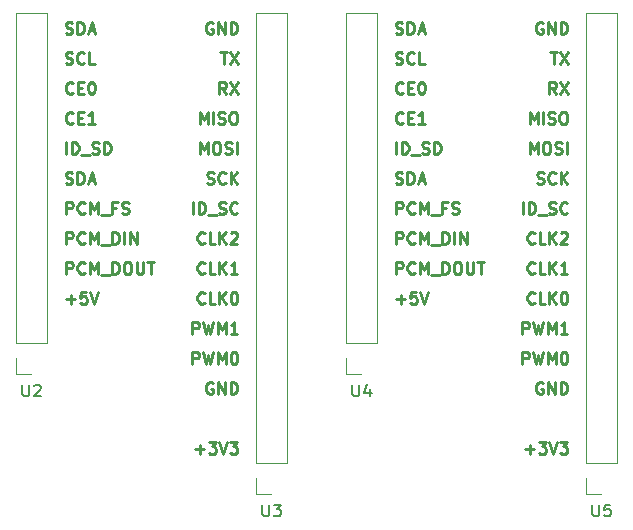
<source format=gto>
%TF.GenerationSoftware,KiCad,Pcbnew,(5.1.6)-1*%
%TF.CreationDate,2020-08-17T20:49:59+02:00*%
%TF.ProjectId,PiToFeather,5069546f-4665-4617-9468-65722e6b6963,rev?*%
%TF.SameCoordinates,Original*%
%TF.FileFunction,Legend,Top*%
%TF.FilePolarity,Positive*%
%FSLAX46Y46*%
G04 Gerber Fmt 4.6, Leading zero omitted, Abs format (unit mm)*
G04 Created by KiCad (PCBNEW (5.1.6)-1) date 2020-08-17 20:49:59*
%MOMM*%
%LPD*%
G01*
G04 APERTURE LIST*
%ADD10C,0.250000*%
%ADD11C,0.120000*%
%ADD12C,0.150000*%
G04 APERTURE END LIST*
D10*
X105242976Y-87724761D02*
X105385833Y-87772380D01*
X105623928Y-87772380D01*
X105719166Y-87724761D01*
X105766785Y-87677142D01*
X105814404Y-87581904D01*
X105814404Y-87486666D01*
X105766785Y-87391428D01*
X105719166Y-87343809D01*
X105623928Y-87296190D01*
X105433452Y-87248571D01*
X105338214Y-87200952D01*
X105290595Y-87153333D01*
X105242976Y-87058095D01*
X105242976Y-86962857D01*
X105290595Y-86867619D01*
X105338214Y-86820000D01*
X105433452Y-86772380D01*
X105671547Y-86772380D01*
X105814404Y-86820000D01*
X106814404Y-87677142D02*
X106766785Y-87724761D01*
X106623928Y-87772380D01*
X106528690Y-87772380D01*
X106385833Y-87724761D01*
X106290595Y-87629523D01*
X106242976Y-87534285D01*
X106195357Y-87343809D01*
X106195357Y-87200952D01*
X106242976Y-87010476D01*
X106290595Y-86915238D01*
X106385833Y-86820000D01*
X106528690Y-86772380D01*
X106623928Y-86772380D01*
X106766785Y-86820000D01*
X106814404Y-86867619D01*
X107719166Y-87772380D02*
X107242976Y-87772380D01*
X107242976Y-86772380D01*
X105242976Y-85184761D02*
X105385833Y-85232380D01*
X105623928Y-85232380D01*
X105719166Y-85184761D01*
X105766785Y-85137142D01*
X105814404Y-85041904D01*
X105814404Y-84946666D01*
X105766785Y-84851428D01*
X105719166Y-84803809D01*
X105623928Y-84756190D01*
X105433452Y-84708571D01*
X105338214Y-84660952D01*
X105290595Y-84613333D01*
X105242976Y-84518095D01*
X105242976Y-84422857D01*
X105290595Y-84327619D01*
X105338214Y-84280000D01*
X105433452Y-84232380D01*
X105671547Y-84232380D01*
X105814404Y-84280000D01*
X106242976Y-85232380D02*
X106242976Y-84232380D01*
X106481071Y-84232380D01*
X106623928Y-84280000D01*
X106719166Y-84375238D01*
X106766785Y-84470476D01*
X106814404Y-84660952D01*
X106814404Y-84803809D01*
X106766785Y-84994285D01*
X106719166Y-85089523D01*
X106623928Y-85184761D01*
X106481071Y-85232380D01*
X106242976Y-85232380D01*
X107195357Y-84946666D02*
X107671547Y-84946666D01*
X107100119Y-85232380D02*
X107433452Y-84232380D01*
X107766785Y-85232380D01*
X105290595Y-95392380D02*
X105290595Y-94392380D01*
X105766785Y-95392380D02*
X105766785Y-94392380D01*
X106004880Y-94392380D01*
X106147738Y-94440000D01*
X106242976Y-94535238D01*
X106290595Y-94630476D01*
X106338214Y-94820952D01*
X106338214Y-94963809D01*
X106290595Y-95154285D01*
X106242976Y-95249523D01*
X106147738Y-95344761D01*
X106004880Y-95392380D01*
X105766785Y-95392380D01*
X106528690Y-95487619D02*
X107290595Y-95487619D01*
X107481071Y-95344761D02*
X107623928Y-95392380D01*
X107862023Y-95392380D01*
X107957261Y-95344761D01*
X108004880Y-95297142D01*
X108052500Y-95201904D01*
X108052500Y-95106666D01*
X108004880Y-95011428D01*
X107957261Y-94963809D01*
X107862023Y-94916190D01*
X107671547Y-94868571D01*
X107576309Y-94820952D01*
X107528690Y-94773333D01*
X107481071Y-94678095D01*
X107481071Y-94582857D01*
X107528690Y-94487619D01*
X107576309Y-94440000D01*
X107671547Y-94392380D01*
X107909642Y-94392380D01*
X108052500Y-94440000D01*
X108481071Y-95392380D02*
X108481071Y-94392380D01*
X108719166Y-94392380D01*
X108862023Y-94440000D01*
X108957261Y-94535238D01*
X109004880Y-94630476D01*
X109052500Y-94820952D01*
X109052500Y-94963809D01*
X109004880Y-95154285D01*
X108957261Y-95249523D01*
X108862023Y-95344761D01*
X108719166Y-95392380D01*
X108481071Y-95392380D01*
X105862023Y-92757142D02*
X105814404Y-92804761D01*
X105671547Y-92852380D01*
X105576309Y-92852380D01*
X105433452Y-92804761D01*
X105338214Y-92709523D01*
X105290595Y-92614285D01*
X105242976Y-92423809D01*
X105242976Y-92280952D01*
X105290595Y-92090476D01*
X105338214Y-91995238D01*
X105433452Y-91900000D01*
X105576309Y-91852380D01*
X105671547Y-91852380D01*
X105814404Y-91900000D01*
X105862023Y-91947619D01*
X106290595Y-92328571D02*
X106623928Y-92328571D01*
X106766785Y-92852380D02*
X106290595Y-92852380D01*
X106290595Y-91852380D01*
X106766785Y-91852380D01*
X107719166Y-92852380D02*
X107147738Y-92852380D01*
X107433452Y-92852380D02*
X107433452Y-91852380D01*
X107338214Y-91995238D01*
X107242976Y-92090476D01*
X107147738Y-92138095D01*
X105862023Y-90217142D02*
X105814404Y-90264761D01*
X105671547Y-90312380D01*
X105576309Y-90312380D01*
X105433452Y-90264761D01*
X105338214Y-90169523D01*
X105290595Y-90074285D01*
X105242976Y-89883809D01*
X105242976Y-89740952D01*
X105290595Y-89550476D01*
X105338214Y-89455238D01*
X105433452Y-89360000D01*
X105576309Y-89312380D01*
X105671547Y-89312380D01*
X105814404Y-89360000D01*
X105862023Y-89407619D01*
X106290595Y-89788571D02*
X106623928Y-89788571D01*
X106766785Y-90312380D02*
X106290595Y-90312380D01*
X106290595Y-89312380D01*
X106766785Y-89312380D01*
X107385833Y-89312380D02*
X107481071Y-89312380D01*
X107576309Y-89360000D01*
X107623928Y-89407619D01*
X107671547Y-89502857D01*
X107719166Y-89693333D01*
X107719166Y-89931428D01*
X107671547Y-90121904D01*
X107623928Y-90217142D01*
X107576309Y-90264761D01*
X107481071Y-90312380D01*
X107385833Y-90312380D01*
X107290595Y-90264761D01*
X107242976Y-90217142D01*
X107195357Y-90121904D01*
X107147738Y-89931428D01*
X107147738Y-89693333D01*
X107195357Y-89502857D01*
X107242976Y-89407619D01*
X107290595Y-89360000D01*
X107385833Y-89312380D01*
X105290595Y-105552380D02*
X105290595Y-104552380D01*
X105671547Y-104552380D01*
X105766785Y-104600000D01*
X105814404Y-104647619D01*
X105862023Y-104742857D01*
X105862023Y-104885714D01*
X105814404Y-104980952D01*
X105766785Y-105028571D01*
X105671547Y-105076190D01*
X105290595Y-105076190D01*
X106862023Y-105457142D02*
X106814404Y-105504761D01*
X106671547Y-105552380D01*
X106576309Y-105552380D01*
X106433452Y-105504761D01*
X106338214Y-105409523D01*
X106290595Y-105314285D01*
X106242976Y-105123809D01*
X106242976Y-104980952D01*
X106290595Y-104790476D01*
X106338214Y-104695238D01*
X106433452Y-104600000D01*
X106576309Y-104552380D01*
X106671547Y-104552380D01*
X106814404Y-104600000D01*
X106862023Y-104647619D01*
X107290595Y-105552380D02*
X107290595Y-104552380D01*
X107623928Y-105266666D01*
X107957261Y-104552380D01*
X107957261Y-105552380D01*
X108195357Y-105647619D02*
X108957261Y-105647619D01*
X109195357Y-105552380D02*
X109195357Y-104552380D01*
X109433452Y-104552380D01*
X109576309Y-104600000D01*
X109671547Y-104695238D01*
X109719166Y-104790476D01*
X109766785Y-104980952D01*
X109766785Y-105123809D01*
X109719166Y-105314285D01*
X109671547Y-105409523D01*
X109576309Y-105504761D01*
X109433452Y-105552380D01*
X109195357Y-105552380D01*
X110385833Y-104552380D02*
X110576309Y-104552380D01*
X110671547Y-104600000D01*
X110766785Y-104695238D01*
X110814404Y-104885714D01*
X110814404Y-105219047D01*
X110766785Y-105409523D01*
X110671547Y-105504761D01*
X110576309Y-105552380D01*
X110385833Y-105552380D01*
X110290595Y-105504761D01*
X110195357Y-105409523D01*
X110147738Y-105219047D01*
X110147738Y-104885714D01*
X110195357Y-104695238D01*
X110290595Y-104600000D01*
X110385833Y-104552380D01*
X111242976Y-104552380D02*
X111242976Y-105361904D01*
X111290595Y-105457142D01*
X111338214Y-105504761D01*
X111433452Y-105552380D01*
X111623928Y-105552380D01*
X111719166Y-105504761D01*
X111766785Y-105457142D01*
X111814404Y-105361904D01*
X111814404Y-104552380D01*
X112147738Y-104552380D02*
X112719166Y-104552380D01*
X112433452Y-105552380D02*
X112433452Y-104552380D01*
X105290595Y-100472380D02*
X105290595Y-99472380D01*
X105671547Y-99472380D01*
X105766785Y-99520000D01*
X105814404Y-99567619D01*
X105862023Y-99662857D01*
X105862023Y-99805714D01*
X105814404Y-99900952D01*
X105766785Y-99948571D01*
X105671547Y-99996190D01*
X105290595Y-99996190D01*
X106862023Y-100377142D02*
X106814404Y-100424761D01*
X106671547Y-100472380D01*
X106576309Y-100472380D01*
X106433452Y-100424761D01*
X106338214Y-100329523D01*
X106290595Y-100234285D01*
X106242976Y-100043809D01*
X106242976Y-99900952D01*
X106290595Y-99710476D01*
X106338214Y-99615238D01*
X106433452Y-99520000D01*
X106576309Y-99472380D01*
X106671547Y-99472380D01*
X106814404Y-99520000D01*
X106862023Y-99567619D01*
X107290595Y-100472380D02*
X107290595Y-99472380D01*
X107623928Y-100186666D01*
X107957261Y-99472380D01*
X107957261Y-100472380D01*
X108195357Y-100567619D02*
X108957261Y-100567619D01*
X109528690Y-99948571D02*
X109195357Y-99948571D01*
X109195357Y-100472380D02*
X109195357Y-99472380D01*
X109671547Y-99472380D01*
X110004880Y-100424761D02*
X110147738Y-100472380D01*
X110385833Y-100472380D01*
X110481071Y-100424761D01*
X110528690Y-100377142D01*
X110576309Y-100281904D01*
X110576309Y-100186666D01*
X110528690Y-100091428D01*
X110481071Y-100043809D01*
X110385833Y-99996190D01*
X110195357Y-99948571D01*
X110100119Y-99900952D01*
X110052500Y-99853333D01*
X110004880Y-99758095D01*
X110004880Y-99662857D01*
X110052500Y-99567619D01*
X110100119Y-99520000D01*
X110195357Y-99472380D01*
X110433452Y-99472380D01*
X110576309Y-99520000D01*
X105290595Y-103012380D02*
X105290595Y-102012380D01*
X105671547Y-102012380D01*
X105766785Y-102060000D01*
X105814404Y-102107619D01*
X105862023Y-102202857D01*
X105862023Y-102345714D01*
X105814404Y-102440952D01*
X105766785Y-102488571D01*
X105671547Y-102536190D01*
X105290595Y-102536190D01*
X106862023Y-102917142D02*
X106814404Y-102964761D01*
X106671547Y-103012380D01*
X106576309Y-103012380D01*
X106433452Y-102964761D01*
X106338214Y-102869523D01*
X106290595Y-102774285D01*
X106242976Y-102583809D01*
X106242976Y-102440952D01*
X106290595Y-102250476D01*
X106338214Y-102155238D01*
X106433452Y-102060000D01*
X106576309Y-102012380D01*
X106671547Y-102012380D01*
X106814404Y-102060000D01*
X106862023Y-102107619D01*
X107290595Y-103012380D02*
X107290595Y-102012380D01*
X107623928Y-102726666D01*
X107957261Y-102012380D01*
X107957261Y-103012380D01*
X108195357Y-103107619D02*
X108957261Y-103107619D01*
X109195357Y-103012380D02*
X109195357Y-102012380D01*
X109433452Y-102012380D01*
X109576309Y-102060000D01*
X109671547Y-102155238D01*
X109719166Y-102250476D01*
X109766785Y-102440952D01*
X109766785Y-102583809D01*
X109719166Y-102774285D01*
X109671547Y-102869523D01*
X109576309Y-102964761D01*
X109433452Y-103012380D01*
X109195357Y-103012380D01*
X110195357Y-103012380D02*
X110195357Y-102012380D01*
X110671547Y-103012380D02*
X110671547Y-102012380D01*
X111242976Y-103012380D01*
X111242976Y-102012380D01*
X105242976Y-97884761D02*
X105385833Y-97932380D01*
X105623928Y-97932380D01*
X105719166Y-97884761D01*
X105766785Y-97837142D01*
X105814404Y-97741904D01*
X105814404Y-97646666D01*
X105766785Y-97551428D01*
X105719166Y-97503809D01*
X105623928Y-97456190D01*
X105433452Y-97408571D01*
X105338214Y-97360952D01*
X105290595Y-97313333D01*
X105242976Y-97218095D01*
X105242976Y-97122857D01*
X105290595Y-97027619D01*
X105338214Y-96980000D01*
X105433452Y-96932380D01*
X105671547Y-96932380D01*
X105814404Y-96980000D01*
X106242976Y-97932380D02*
X106242976Y-96932380D01*
X106481071Y-96932380D01*
X106623928Y-96980000D01*
X106719166Y-97075238D01*
X106766785Y-97170476D01*
X106814404Y-97360952D01*
X106814404Y-97503809D01*
X106766785Y-97694285D01*
X106719166Y-97789523D01*
X106623928Y-97884761D01*
X106481071Y-97932380D01*
X106242976Y-97932380D01*
X107195357Y-97646666D02*
X107671547Y-97646666D01*
X107100119Y-97932380D02*
X107433452Y-96932380D01*
X107766785Y-97932380D01*
X105290595Y-107711428D02*
X106052500Y-107711428D01*
X105671547Y-108092380D02*
X105671547Y-107330476D01*
X107004880Y-107092380D02*
X106528690Y-107092380D01*
X106481071Y-107568571D01*
X106528690Y-107520952D01*
X106623928Y-107473333D01*
X106862023Y-107473333D01*
X106957261Y-107520952D01*
X107004880Y-107568571D01*
X107052500Y-107663809D01*
X107052500Y-107901904D01*
X107004880Y-107997142D01*
X106957261Y-108044761D01*
X106862023Y-108092380D01*
X106623928Y-108092380D01*
X106528690Y-108044761D01*
X106481071Y-107997142D01*
X107338214Y-107092380D02*
X107671547Y-108092380D01*
X108004880Y-107092380D01*
X133230595Y-107711428D02*
X133992500Y-107711428D01*
X133611547Y-108092380D02*
X133611547Y-107330476D01*
X134944880Y-107092380D02*
X134468690Y-107092380D01*
X134421071Y-107568571D01*
X134468690Y-107520952D01*
X134563928Y-107473333D01*
X134802023Y-107473333D01*
X134897261Y-107520952D01*
X134944880Y-107568571D01*
X134992500Y-107663809D01*
X134992500Y-107901904D01*
X134944880Y-107997142D01*
X134897261Y-108044761D01*
X134802023Y-108092380D01*
X134563928Y-108092380D01*
X134468690Y-108044761D01*
X134421071Y-107997142D01*
X135278214Y-107092380D02*
X135611547Y-108092380D01*
X135944880Y-107092380D01*
X133230595Y-105552380D02*
X133230595Y-104552380D01*
X133611547Y-104552380D01*
X133706785Y-104600000D01*
X133754404Y-104647619D01*
X133802023Y-104742857D01*
X133802023Y-104885714D01*
X133754404Y-104980952D01*
X133706785Y-105028571D01*
X133611547Y-105076190D01*
X133230595Y-105076190D01*
X134802023Y-105457142D02*
X134754404Y-105504761D01*
X134611547Y-105552380D01*
X134516309Y-105552380D01*
X134373452Y-105504761D01*
X134278214Y-105409523D01*
X134230595Y-105314285D01*
X134182976Y-105123809D01*
X134182976Y-104980952D01*
X134230595Y-104790476D01*
X134278214Y-104695238D01*
X134373452Y-104600000D01*
X134516309Y-104552380D01*
X134611547Y-104552380D01*
X134754404Y-104600000D01*
X134802023Y-104647619D01*
X135230595Y-105552380D02*
X135230595Y-104552380D01*
X135563928Y-105266666D01*
X135897261Y-104552380D01*
X135897261Y-105552380D01*
X136135357Y-105647619D02*
X136897261Y-105647619D01*
X137135357Y-105552380D02*
X137135357Y-104552380D01*
X137373452Y-104552380D01*
X137516309Y-104600000D01*
X137611547Y-104695238D01*
X137659166Y-104790476D01*
X137706785Y-104980952D01*
X137706785Y-105123809D01*
X137659166Y-105314285D01*
X137611547Y-105409523D01*
X137516309Y-105504761D01*
X137373452Y-105552380D01*
X137135357Y-105552380D01*
X138325833Y-104552380D02*
X138516309Y-104552380D01*
X138611547Y-104600000D01*
X138706785Y-104695238D01*
X138754404Y-104885714D01*
X138754404Y-105219047D01*
X138706785Y-105409523D01*
X138611547Y-105504761D01*
X138516309Y-105552380D01*
X138325833Y-105552380D01*
X138230595Y-105504761D01*
X138135357Y-105409523D01*
X138087738Y-105219047D01*
X138087738Y-104885714D01*
X138135357Y-104695238D01*
X138230595Y-104600000D01*
X138325833Y-104552380D01*
X139182976Y-104552380D02*
X139182976Y-105361904D01*
X139230595Y-105457142D01*
X139278214Y-105504761D01*
X139373452Y-105552380D01*
X139563928Y-105552380D01*
X139659166Y-105504761D01*
X139706785Y-105457142D01*
X139754404Y-105361904D01*
X139754404Y-104552380D01*
X140087738Y-104552380D02*
X140659166Y-104552380D01*
X140373452Y-105552380D02*
X140373452Y-104552380D01*
X133230595Y-103012380D02*
X133230595Y-102012380D01*
X133611547Y-102012380D01*
X133706785Y-102060000D01*
X133754404Y-102107619D01*
X133802023Y-102202857D01*
X133802023Y-102345714D01*
X133754404Y-102440952D01*
X133706785Y-102488571D01*
X133611547Y-102536190D01*
X133230595Y-102536190D01*
X134802023Y-102917142D02*
X134754404Y-102964761D01*
X134611547Y-103012380D01*
X134516309Y-103012380D01*
X134373452Y-102964761D01*
X134278214Y-102869523D01*
X134230595Y-102774285D01*
X134182976Y-102583809D01*
X134182976Y-102440952D01*
X134230595Y-102250476D01*
X134278214Y-102155238D01*
X134373452Y-102060000D01*
X134516309Y-102012380D01*
X134611547Y-102012380D01*
X134754404Y-102060000D01*
X134802023Y-102107619D01*
X135230595Y-103012380D02*
X135230595Y-102012380D01*
X135563928Y-102726666D01*
X135897261Y-102012380D01*
X135897261Y-103012380D01*
X136135357Y-103107619D02*
X136897261Y-103107619D01*
X137135357Y-103012380D02*
X137135357Y-102012380D01*
X137373452Y-102012380D01*
X137516309Y-102060000D01*
X137611547Y-102155238D01*
X137659166Y-102250476D01*
X137706785Y-102440952D01*
X137706785Y-102583809D01*
X137659166Y-102774285D01*
X137611547Y-102869523D01*
X137516309Y-102964761D01*
X137373452Y-103012380D01*
X137135357Y-103012380D01*
X138135357Y-103012380D02*
X138135357Y-102012380D01*
X138611547Y-103012380D02*
X138611547Y-102012380D01*
X139182976Y-103012380D01*
X139182976Y-102012380D01*
X133230595Y-100472380D02*
X133230595Y-99472380D01*
X133611547Y-99472380D01*
X133706785Y-99520000D01*
X133754404Y-99567619D01*
X133802023Y-99662857D01*
X133802023Y-99805714D01*
X133754404Y-99900952D01*
X133706785Y-99948571D01*
X133611547Y-99996190D01*
X133230595Y-99996190D01*
X134802023Y-100377142D02*
X134754404Y-100424761D01*
X134611547Y-100472380D01*
X134516309Y-100472380D01*
X134373452Y-100424761D01*
X134278214Y-100329523D01*
X134230595Y-100234285D01*
X134182976Y-100043809D01*
X134182976Y-99900952D01*
X134230595Y-99710476D01*
X134278214Y-99615238D01*
X134373452Y-99520000D01*
X134516309Y-99472380D01*
X134611547Y-99472380D01*
X134754404Y-99520000D01*
X134802023Y-99567619D01*
X135230595Y-100472380D02*
X135230595Y-99472380D01*
X135563928Y-100186666D01*
X135897261Y-99472380D01*
X135897261Y-100472380D01*
X136135357Y-100567619D02*
X136897261Y-100567619D01*
X137468690Y-99948571D02*
X137135357Y-99948571D01*
X137135357Y-100472380D02*
X137135357Y-99472380D01*
X137611547Y-99472380D01*
X137944880Y-100424761D02*
X138087738Y-100472380D01*
X138325833Y-100472380D01*
X138421071Y-100424761D01*
X138468690Y-100377142D01*
X138516309Y-100281904D01*
X138516309Y-100186666D01*
X138468690Y-100091428D01*
X138421071Y-100043809D01*
X138325833Y-99996190D01*
X138135357Y-99948571D01*
X138040119Y-99900952D01*
X137992500Y-99853333D01*
X137944880Y-99758095D01*
X137944880Y-99662857D01*
X137992500Y-99567619D01*
X138040119Y-99520000D01*
X138135357Y-99472380D01*
X138373452Y-99472380D01*
X138516309Y-99520000D01*
X133182976Y-97884761D02*
X133325833Y-97932380D01*
X133563928Y-97932380D01*
X133659166Y-97884761D01*
X133706785Y-97837142D01*
X133754404Y-97741904D01*
X133754404Y-97646666D01*
X133706785Y-97551428D01*
X133659166Y-97503809D01*
X133563928Y-97456190D01*
X133373452Y-97408571D01*
X133278214Y-97360952D01*
X133230595Y-97313333D01*
X133182976Y-97218095D01*
X133182976Y-97122857D01*
X133230595Y-97027619D01*
X133278214Y-96980000D01*
X133373452Y-96932380D01*
X133611547Y-96932380D01*
X133754404Y-96980000D01*
X134182976Y-97932380D02*
X134182976Y-96932380D01*
X134421071Y-96932380D01*
X134563928Y-96980000D01*
X134659166Y-97075238D01*
X134706785Y-97170476D01*
X134754404Y-97360952D01*
X134754404Y-97503809D01*
X134706785Y-97694285D01*
X134659166Y-97789523D01*
X134563928Y-97884761D01*
X134421071Y-97932380D01*
X134182976Y-97932380D01*
X135135357Y-97646666D02*
X135611547Y-97646666D01*
X135040119Y-97932380D02*
X135373452Y-96932380D01*
X135706785Y-97932380D01*
X133230595Y-95392380D02*
X133230595Y-94392380D01*
X133706785Y-95392380D02*
X133706785Y-94392380D01*
X133944880Y-94392380D01*
X134087738Y-94440000D01*
X134182976Y-94535238D01*
X134230595Y-94630476D01*
X134278214Y-94820952D01*
X134278214Y-94963809D01*
X134230595Y-95154285D01*
X134182976Y-95249523D01*
X134087738Y-95344761D01*
X133944880Y-95392380D01*
X133706785Y-95392380D01*
X134468690Y-95487619D02*
X135230595Y-95487619D01*
X135421071Y-95344761D02*
X135563928Y-95392380D01*
X135802023Y-95392380D01*
X135897261Y-95344761D01*
X135944880Y-95297142D01*
X135992500Y-95201904D01*
X135992500Y-95106666D01*
X135944880Y-95011428D01*
X135897261Y-94963809D01*
X135802023Y-94916190D01*
X135611547Y-94868571D01*
X135516309Y-94820952D01*
X135468690Y-94773333D01*
X135421071Y-94678095D01*
X135421071Y-94582857D01*
X135468690Y-94487619D01*
X135516309Y-94440000D01*
X135611547Y-94392380D01*
X135849642Y-94392380D01*
X135992500Y-94440000D01*
X136421071Y-95392380D02*
X136421071Y-94392380D01*
X136659166Y-94392380D01*
X136802023Y-94440000D01*
X136897261Y-94535238D01*
X136944880Y-94630476D01*
X136992500Y-94820952D01*
X136992500Y-94963809D01*
X136944880Y-95154285D01*
X136897261Y-95249523D01*
X136802023Y-95344761D01*
X136659166Y-95392380D01*
X136421071Y-95392380D01*
X133802023Y-92757142D02*
X133754404Y-92804761D01*
X133611547Y-92852380D01*
X133516309Y-92852380D01*
X133373452Y-92804761D01*
X133278214Y-92709523D01*
X133230595Y-92614285D01*
X133182976Y-92423809D01*
X133182976Y-92280952D01*
X133230595Y-92090476D01*
X133278214Y-91995238D01*
X133373452Y-91900000D01*
X133516309Y-91852380D01*
X133611547Y-91852380D01*
X133754404Y-91900000D01*
X133802023Y-91947619D01*
X134230595Y-92328571D02*
X134563928Y-92328571D01*
X134706785Y-92852380D02*
X134230595Y-92852380D01*
X134230595Y-91852380D01*
X134706785Y-91852380D01*
X135659166Y-92852380D02*
X135087738Y-92852380D01*
X135373452Y-92852380D02*
X135373452Y-91852380D01*
X135278214Y-91995238D01*
X135182976Y-92090476D01*
X135087738Y-92138095D01*
X133802023Y-90217142D02*
X133754404Y-90264761D01*
X133611547Y-90312380D01*
X133516309Y-90312380D01*
X133373452Y-90264761D01*
X133278214Y-90169523D01*
X133230595Y-90074285D01*
X133182976Y-89883809D01*
X133182976Y-89740952D01*
X133230595Y-89550476D01*
X133278214Y-89455238D01*
X133373452Y-89360000D01*
X133516309Y-89312380D01*
X133611547Y-89312380D01*
X133754404Y-89360000D01*
X133802023Y-89407619D01*
X134230595Y-89788571D02*
X134563928Y-89788571D01*
X134706785Y-90312380D02*
X134230595Y-90312380D01*
X134230595Y-89312380D01*
X134706785Y-89312380D01*
X135325833Y-89312380D02*
X135421071Y-89312380D01*
X135516309Y-89360000D01*
X135563928Y-89407619D01*
X135611547Y-89502857D01*
X135659166Y-89693333D01*
X135659166Y-89931428D01*
X135611547Y-90121904D01*
X135563928Y-90217142D01*
X135516309Y-90264761D01*
X135421071Y-90312380D01*
X135325833Y-90312380D01*
X135230595Y-90264761D01*
X135182976Y-90217142D01*
X135135357Y-90121904D01*
X135087738Y-89931428D01*
X135087738Y-89693333D01*
X135135357Y-89502857D01*
X135182976Y-89407619D01*
X135230595Y-89360000D01*
X135325833Y-89312380D01*
X133182976Y-87724761D02*
X133325833Y-87772380D01*
X133563928Y-87772380D01*
X133659166Y-87724761D01*
X133706785Y-87677142D01*
X133754404Y-87581904D01*
X133754404Y-87486666D01*
X133706785Y-87391428D01*
X133659166Y-87343809D01*
X133563928Y-87296190D01*
X133373452Y-87248571D01*
X133278214Y-87200952D01*
X133230595Y-87153333D01*
X133182976Y-87058095D01*
X133182976Y-86962857D01*
X133230595Y-86867619D01*
X133278214Y-86820000D01*
X133373452Y-86772380D01*
X133611547Y-86772380D01*
X133754404Y-86820000D01*
X134754404Y-87677142D02*
X134706785Y-87724761D01*
X134563928Y-87772380D01*
X134468690Y-87772380D01*
X134325833Y-87724761D01*
X134230595Y-87629523D01*
X134182976Y-87534285D01*
X134135357Y-87343809D01*
X134135357Y-87200952D01*
X134182976Y-87010476D01*
X134230595Y-86915238D01*
X134325833Y-86820000D01*
X134468690Y-86772380D01*
X134563928Y-86772380D01*
X134706785Y-86820000D01*
X134754404Y-86867619D01*
X135659166Y-87772380D02*
X135182976Y-87772380D01*
X135182976Y-86772380D01*
X133182976Y-85184761D02*
X133325833Y-85232380D01*
X133563928Y-85232380D01*
X133659166Y-85184761D01*
X133706785Y-85137142D01*
X133754404Y-85041904D01*
X133754404Y-84946666D01*
X133706785Y-84851428D01*
X133659166Y-84803809D01*
X133563928Y-84756190D01*
X133373452Y-84708571D01*
X133278214Y-84660952D01*
X133230595Y-84613333D01*
X133182976Y-84518095D01*
X133182976Y-84422857D01*
X133230595Y-84327619D01*
X133278214Y-84280000D01*
X133373452Y-84232380D01*
X133611547Y-84232380D01*
X133754404Y-84280000D01*
X134182976Y-85232380D02*
X134182976Y-84232380D01*
X134421071Y-84232380D01*
X134563928Y-84280000D01*
X134659166Y-84375238D01*
X134706785Y-84470476D01*
X134754404Y-84660952D01*
X134754404Y-84803809D01*
X134706785Y-84994285D01*
X134659166Y-85089523D01*
X134563928Y-85184761D01*
X134421071Y-85232380D01*
X134182976Y-85232380D01*
X135135357Y-84946666D02*
X135611547Y-84946666D01*
X135040119Y-85232380D02*
X135373452Y-84232380D01*
X135706785Y-85232380D01*
X116205595Y-120411428D02*
X116967500Y-120411428D01*
X116586547Y-120792380D02*
X116586547Y-120030476D01*
X117348452Y-119792380D02*
X117967500Y-119792380D01*
X117634166Y-120173333D01*
X117777023Y-120173333D01*
X117872261Y-120220952D01*
X117919880Y-120268571D01*
X117967500Y-120363809D01*
X117967500Y-120601904D01*
X117919880Y-120697142D01*
X117872261Y-120744761D01*
X117777023Y-120792380D01*
X117491309Y-120792380D01*
X117396071Y-120744761D01*
X117348452Y-120697142D01*
X118253214Y-119792380D02*
X118586547Y-120792380D01*
X118919880Y-119792380D01*
X119157976Y-119792380D02*
X119777023Y-119792380D01*
X119443690Y-120173333D01*
X119586547Y-120173333D01*
X119681785Y-120220952D01*
X119729404Y-120268571D01*
X119777023Y-120363809D01*
X119777023Y-120601904D01*
X119729404Y-120697142D01*
X119681785Y-120744761D01*
X119586547Y-120792380D01*
X119300833Y-120792380D01*
X119205595Y-120744761D01*
X119157976Y-120697142D01*
X115967500Y-113172380D02*
X115967500Y-112172380D01*
X116348452Y-112172380D01*
X116443690Y-112220000D01*
X116491309Y-112267619D01*
X116538928Y-112362857D01*
X116538928Y-112505714D01*
X116491309Y-112600952D01*
X116443690Y-112648571D01*
X116348452Y-112696190D01*
X115967500Y-112696190D01*
X116872261Y-112172380D02*
X117110357Y-113172380D01*
X117300833Y-112458095D01*
X117491309Y-113172380D01*
X117729404Y-112172380D01*
X118110357Y-113172380D02*
X118110357Y-112172380D01*
X118443690Y-112886666D01*
X118777023Y-112172380D01*
X118777023Y-113172380D01*
X119443690Y-112172380D02*
X119538928Y-112172380D01*
X119634166Y-112220000D01*
X119681785Y-112267619D01*
X119729404Y-112362857D01*
X119777023Y-112553333D01*
X119777023Y-112791428D01*
X119729404Y-112981904D01*
X119681785Y-113077142D01*
X119634166Y-113124761D01*
X119538928Y-113172380D01*
X119443690Y-113172380D01*
X119348452Y-113124761D01*
X119300833Y-113077142D01*
X119253214Y-112981904D01*
X119205595Y-112791428D01*
X119205595Y-112553333D01*
X119253214Y-112362857D01*
X119300833Y-112267619D01*
X119348452Y-112220000D01*
X119443690Y-112172380D01*
X117015119Y-107997142D02*
X116967500Y-108044761D01*
X116824642Y-108092380D01*
X116729404Y-108092380D01*
X116586547Y-108044761D01*
X116491309Y-107949523D01*
X116443690Y-107854285D01*
X116396071Y-107663809D01*
X116396071Y-107520952D01*
X116443690Y-107330476D01*
X116491309Y-107235238D01*
X116586547Y-107140000D01*
X116729404Y-107092380D01*
X116824642Y-107092380D01*
X116967500Y-107140000D01*
X117015119Y-107187619D01*
X117919880Y-108092380D02*
X117443690Y-108092380D01*
X117443690Y-107092380D01*
X118253214Y-108092380D02*
X118253214Y-107092380D01*
X118824642Y-108092380D02*
X118396071Y-107520952D01*
X118824642Y-107092380D02*
X118253214Y-107663809D01*
X119443690Y-107092380D02*
X119538928Y-107092380D01*
X119634166Y-107140000D01*
X119681785Y-107187619D01*
X119729404Y-107282857D01*
X119777023Y-107473333D01*
X119777023Y-107711428D01*
X119729404Y-107901904D01*
X119681785Y-107997142D01*
X119634166Y-108044761D01*
X119538928Y-108092380D01*
X119443690Y-108092380D01*
X119348452Y-108044761D01*
X119300833Y-107997142D01*
X119253214Y-107901904D01*
X119205595Y-107711428D01*
X119205595Y-107473333D01*
X119253214Y-107282857D01*
X119300833Y-107187619D01*
X119348452Y-107140000D01*
X119443690Y-107092380D01*
X118348452Y-86772380D02*
X118919880Y-86772380D01*
X118634166Y-87772380D02*
X118634166Y-86772380D01*
X119157976Y-86772380D02*
X119824642Y-87772380D01*
X119824642Y-86772380D02*
X119157976Y-87772380D01*
X116586547Y-92852380D02*
X116586547Y-91852380D01*
X116919880Y-92566666D01*
X117253214Y-91852380D01*
X117253214Y-92852380D01*
X117729404Y-92852380D02*
X117729404Y-91852380D01*
X118157976Y-92804761D02*
X118300833Y-92852380D01*
X118538928Y-92852380D01*
X118634166Y-92804761D01*
X118681785Y-92757142D01*
X118729404Y-92661904D01*
X118729404Y-92566666D01*
X118681785Y-92471428D01*
X118634166Y-92423809D01*
X118538928Y-92376190D01*
X118348452Y-92328571D01*
X118253214Y-92280952D01*
X118205595Y-92233333D01*
X118157976Y-92138095D01*
X118157976Y-92042857D01*
X118205595Y-91947619D01*
X118253214Y-91900000D01*
X118348452Y-91852380D01*
X118586547Y-91852380D01*
X118729404Y-91900000D01*
X119348452Y-91852380D02*
X119538928Y-91852380D01*
X119634166Y-91900000D01*
X119729404Y-91995238D01*
X119777023Y-92185714D01*
X119777023Y-92519047D01*
X119729404Y-92709523D01*
X119634166Y-92804761D01*
X119538928Y-92852380D01*
X119348452Y-92852380D01*
X119253214Y-92804761D01*
X119157976Y-92709523D01*
X119110357Y-92519047D01*
X119110357Y-92185714D01*
X119157976Y-91995238D01*
X119253214Y-91900000D01*
X119348452Y-91852380D01*
X116586547Y-95392380D02*
X116586547Y-94392380D01*
X116919880Y-95106666D01*
X117253214Y-94392380D01*
X117253214Y-95392380D01*
X117919880Y-94392380D02*
X118110357Y-94392380D01*
X118205595Y-94440000D01*
X118300833Y-94535238D01*
X118348452Y-94725714D01*
X118348452Y-95059047D01*
X118300833Y-95249523D01*
X118205595Y-95344761D01*
X118110357Y-95392380D01*
X117919880Y-95392380D01*
X117824642Y-95344761D01*
X117729404Y-95249523D01*
X117681785Y-95059047D01*
X117681785Y-94725714D01*
X117729404Y-94535238D01*
X117824642Y-94440000D01*
X117919880Y-94392380D01*
X118729404Y-95344761D02*
X118872261Y-95392380D01*
X119110357Y-95392380D01*
X119205595Y-95344761D01*
X119253214Y-95297142D01*
X119300833Y-95201904D01*
X119300833Y-95106666D01*
X119253214Y-95011428D01*
X119205595Y-94963809D01*
X119110357Y-94916190D01*
X118919880Y-94868571D01*
X118824642Y-94820952D01*
X118777023Y-94773333D01*
X118729404Y-94678095D01*
X118729404Y-94582857D01*
X118777023Y-94487619D01*
X118824642Y-94440000D01*
X118919880Y-94392380D01*
X119157976Y-94392380D01*
X119300833Y-94440000D01*
X119729404Y-95392380D02*
X119729404Y-94392380D01*
X117681785Y-114760000D02*
X117586547Y-114712380D01*
X117443690Y-114712380D01*
X117300833Y-114760000D01*
X117205595Y-114855238D01*
X117157976Y-114950476D01*
X117110357Y-115140952D01*
X117110357Y-115283809D01*
X117157976Y-115474285D01*
X117205595Y-115569523D01*
X117300833Y-115664761D01*
X117443690Y-115712380D01*
X117538928Y-115712380D01*
X117681785Y-115664761D01*
X117729404Y-115617142D01*
X117729404Y-115283809D01*
X117538928Y-115283809D01*
X118157976Y-115712380D02*
X118157976Y-114712380D01*
X118729404Y-115712380D01*
X118729404Y-114712380D01*
X119205595Y-115712380D02*
X119205595Y-114712380D01*
X119443690Y-114712380D01*
X119586547Y-114760000D01*
X119681785Y-114855238D01*
X119729404Y-114950476D01*
X119777023Y-115140952D01*
X119777023Y-115283809D01*
X119729404Y-115474285D01*
X119681785Y-115569523D01*
X119586547Y-115664761D01*
X119443690Y-115712380D01*
X119205595Y-115712380D01*
X117015119Y-105457142D02*
X116967500Y-105504761D01*
X116824642Y-105552380D01*
X116729404Y-105552380D01*
X116586547Y-105504761D01*
X116491309Y-105409523D01*
X116443690Y-105314285D01*
X116396071Y-105123809D01*
X116396071Y-104980952D01*
X116443690Y-104790476D01*
X116491309Y-104695238D01*
X116586547Y-104600000D01*
X116729404Y-104552380D01*
X116824642Y-104552380D01*
X116967500Y-104600000D01*
X117015119Y-104647619D01*
X117919880Y-105552380D02*
X117443690Y-105552380D01*
X117443690Y-104552380D01*
X118253214Y-105552380D02*
X118253214Y-104552380D01*
X118824642Y-105552380D02*
X118396071Y-104980952D01*
X118824642Y-104552380D02*
X118253214Y-105123809D01*
X119777023Y-105552380D02*
X119205595Y-105552380D01*
X119491309Y-105552380D02*
X119491309Y-104552380D01*
X119396071Y-104695238D01*
X119300833Y-104790476D01*
X119205595Y-104838095D01*
X115967500Y-110632380D02*
X115967500Y-109632380D01*
X116348452Y-109632380D01*
X116443690Y-109680000D01*
X116491309Y-109727619D01*
X116538928Y-109822857D01*
X116538928Y-109965714D01*
X116491309Y-110060952D01*
X116443690Y-110108571D01*
X116348452Y-110156190D01*
X115967500Y-110156190D01*
X116872261Y-109632380D02*
X117110357Y-110632380D01*
X117300833Y-109918095D01*
X117491309Y-110632380D01*
X117729404Y-109632380D01*
X118110357Y-110632380D02*
X118110357Y-109632380D01*
X118443690Y-110346666D01*
X118777023Y-109632380D01*
X118777023Y-110632380D01*
X119777023Y-110632380D02*
X119205595Y-110632380D01*
X119491309Y-110632380D02*
X119491309Y-109632380D01*
X119396071Y-109775238D01*
X119300833Y-109870476D01*
X119205595Y-109918095D01*
X117015119Y-102917142D02*
X116967500Y-102964761D01*
X116824642Y-103012380D01*
X116729404Y-103012380D01*
X116586547Y-102964761D01*
X116491309Y-102869523D01*
X116443690Y-102774285D01*
X116396071Y-102583809D01*
X116396071Y-102440952D01*
X116443690Y-102250476D01*
X116491309Y-102155238D01*
X116586547Y-102060000D01*
X116729404Y-102012380D01*
X116824642Y-102012380D01*
X116967500Y-102060000D01*
X117015119Y-102107619D01*
X117919880Y-103012380D02*
X117443690Y-103012380D01*
X117443690Y-102012380D01*
X118253214Y-103012380D02*
X118253214Y-102012380D01*
X118824642Y-103012380D02*
X118396071Y-102440952D01*
X118824642Y-102012380D02*
X118253214Y-102583809D01*
X119205595Y-102107619D02*
X119253214Y-102060000D01*
X119348452Y-102012380D01*
X119586547Y-102012380D01*
X119681785Y-102060000D01*
X119729404Y-102107619D01*
X119777023Y-102202857D01*
X119777023Y-102298095D01*
X119729404Y-102440952D01*
X119157976Y-103012380D01*
X119777023Y-103012380D01*
X116015119Y-100472380D02*
X116015119Y-99472380D01*
X116491309Y-100472380D02*
X116491309Y-99472380D01*
X116729404Y-99472380D01*
X116872261Y-99520000D01*
X116967500Y-99615238D01*
X117015119Y-99710476D01*
X117062738Y-99900952D01*
X117062738Y-100043809D01*
X117015119Y-100234285D01*
X116967500Y-100329523D01*
X116872261Y-100424761D01*
X116729404Y-100472380D01*
X116491309Y-100472380D01*
X117253214Y-100567619D02*
X118015119Y-100567619D01*
X118205595Y-100424761D02*
X118348452Y-100472380D01*
X118586547Y-100472380D01*
X118681785Y-100424761D01*
X118729404Y-100377142D01*
X118777023Y-100281904D01*
X118777023Y-100186666D01*
X118729404Y-100091428D01*
X118681785Y-100043809D01*
X118586547Y-99996190D01*
X118396071Y-99948571D01*
X118300833Y-99900952D01*
X118253214Y-99853333D01*
X118205595Y-99758095D01*
X118205595Y-99662857D01*
X118253214Y-99567619D01*
X118300833Y-99520000D01*
X118396071Y-99472380D01*
X118634166Y-99472380D01*
X118777023Y-99520000D01*
X119777023Y-100377142D02*
X119729404Y-100424761D01*
X119586547Y-100472380D01*
X119491309Y-100472380D01*
X119348452Y-100424761D01*
X119253214Y-100329523D01*
X119205595Y-100234285D01*
X119157976Y-100043809D01*
X119157976Y-99900952D01*
X119205595Y-99710476D01*
X119253214Y-99615238D01*
X119348452Y-99520000D01*
X119491309Y-99472380D01*
X119586547Y-99472380D01*
X119729404Y-99520000D01*
X119777023Y-99567619D01*
X117205595Y-97884761D02*
X117348452Y-97932380D01*
X117586547Y-97932380D01*
X117681785Y-97884761D01*
X117729404Y-97837142D01*
X117777023Y-97741904D01*
X117777023Y-97646666D01*
X117729404Y-97551428D01*
X117681785Y-97503809D01*
X117586547Y-97456190D01*
X117396071Y-97408571D01*
X117300833Y-97360952D01*
X117253214Y-97313333D01*
X117205595Y-97218095D01*
X117205595Y-97122857D01*
X117253214Y-97027619D01*
X117300833Y-96980000D01*
X117396071Y-96932380D01*
X117634166Y-96932380D01*
X117777023Y-96980000D01*
X118777023Y-97837142D02*
X118729404Y-97884761D01*
X118586547Y-97932380D01*
X118491309Y-97932380D01*
X118348452Y-97884761D01*
X118253214Y-97789523D01*
X118205595Y-97694285D01*
X118157976Y-97503809D01*
X118157976Y-97360952D01*
X118205595Y-97170476D01*
X118253214Y-97075238D01*
X118348452Y-96980000D01*
X118491309Y-96932380D01*
X118586547Y-96932380D01*
X118729404Y-96980000D01*
X118777023Y-97027619D01*
X119205595Y-97932380D02*
X119205595Y-96932380D01*
X119777023Y-97932380D02*
X119348452Y-97360952D01*
X119777023Y-96932380D02*
X119205595Y-97503809D01*
X118824642Y-90312380D02*
X118491309Y-89836190D01*
X118253214Y-90312380D02*
X118253214Y-89312380D01*
X118634166Y-89312380D01*
X118729404Y-89360000D01*
X118777023Y-89407619D01*
X118824642Y-89502857D01*
X118824642Y-89645714D01*
X118777023Y-89740952D01*
X118729404Y-89788571D01*
X118634166Y-89836190D01*
X118253214Y-89836190D01*
X119157976Y-89312380D02*
X119824642Y-90312380D01*
X119824642Y-89312380D02*
X119157976Y-90312380D01*
X117681785Y-84280000D02*
X117586547Y-84232380D01*
X117443690Y-84232380D01*
X117300833Y-84280000D01*
X117205595Y-84375238D01*
X117157976Y-84470476D01*
X117110357Y-84660952D01*
X117110357Y-84803809D01*
X117157976Y-84994285D01*
X117205595Y-85089523D01*
X117300833Y-85184761D01*
X117443690Y-85232380D01*
X117538928Y-85232380D01*
X117681785Y-85184761D01*
X117729404Y-85137142D01*
X117729404Y-84803809D01*
X117538928Y-84803809D01*
X118157976Y-85232380D02*
X118157976Y-84232380D01*
X118729404Y-85232380D01*
X118729404Y-84232380D01*
X119205595Y-85232380D02*
X119205595Y-84232380D01*
X119443690Y-84232380D01*
X119586547Y-84280000D01*
X119681785Y-84375238D01*
X119729404Y-84470476D01*
X119777023Y-84660952D01*
X119777023Y-84803809D01*
X119729404Y-84994285D01*
X119681785Y-85089523D01*
X119586547Y-85184761D01*
X119443690Y-85232380D01*
X119205595Y-85232380D01*
X146288452Y-86772380D02*
X146859880Y-86772380D01*
X146574166Y-87772380D02*
X146574166Y-86772380D01*
X147097976Y-86772380D02*
X147764642Y-87772380D01*
X147764642Y-86772380D02*
X147097976Y-87772380D01*
X144145595Y-120411428D02*
X144907500Y-120411428D01*
X144526547Y-120792380D02*
X144526547Y-120030476D01*
X145288452Y-119792380D02*
X145907500Y-119792380D01*
X145574166Y-120173333D01*
X145717023Y-120173333D01*
X145812261Y-120220952D01*
X145859880Y-120268571D01*
X145907500Y-120363809D01*
X145907500Y-120601904D01*
X145859880Y-120697142D01*
X145812261Y-120744761D01*
X145717023Y-120792380D01*
X145431309Y-120792380D01*
X145336071Y-120744761D01*
X145288452Y-120697142D01*
X146193214Y-119792380D02*
X146526547Y-120792380D01*
X146859880Y-119792380D01*
X147097976Y-119792380D02*
X147717023Y-119792380D01*
X147383690Y-120173333D01*
X147526547Y-120173333D01*
X147621785Y-120220952D01*
X147669404Y-120268571D01*
X147717023Y-120363809D01*
X147717023Y-120601904D01*
X147669404Y-120697142D01*
X147621785Y-120744761D01*
X147526547Y-120792380D01*
X147240833Y-120792380D01*
X147145595Y-120744761D01*
X147097976Y-120697142D01*
X145621785Y-114760000D02*
X145526547Y-114712380D01*
X145383690Y-114712380D01*
X145240833Y-114760000D01*
X145145595Y-114855238D01*
X145097976Y-114950476D01*
X145050357Y-115140952D01*
X145050357Y-115283809D01*
X145097976Y-115474285D01*
X145145595Y-115569523D01*
X145240833Y-115664761D01*
X145383690Y-115712380D01*
X145478928Y-115712380D01*
X145621785Y-115664761D01*
X145669404Y-115617142D01*
X145669404Y-115283809D01*
X145478928Y-115283809D01*
X146097976Y-115712380D02*
X146097976Y-114712380D01*
X146669404Y-115712380D01*
X146669404Y-114712380D01*
X147145595Y-115712380D02*
X147145595Y-114712380D01*
X147383690Y-114712380D01*
X147526547Y-114760000D01*
X147621785Y-114855238D01*
X147669404Y-114950476D01*
X147717023Y-115140952D01*
X147717023Y-115283809D01*
X147669404Y-115474285D01*
X147621785Y-115569523D01*
X147526547Y-115664761D01*
X147383690Y-115712380D01*
X147145595Y-115712380D01*
X143907500Y-113172380D02*
X143907500Y-112172380D01*
X144288452Y-112172380D01*
X144383690Y-112220000D01*
X144431309Y-112267619D01*
X144478928Y-112362857D01*
X144478928Y-112505714D01*
X144431309Y-112600952D01*
X144383690Y-112648571D01*
X144288452Y-112696190D01*
X143907500Y-112696190D01*
X144812261Y-112172380D02*
X145050357Y-113172380D01*
X145240833Y-112458095D01*
X145431309Y-113172380D01*
X145669404Y-112172380D01*
X146050357Y-113172380D02*
X146050357Y-112172380D01*
X146383690Y-112886666D01*
X146717023Y-112172380D01*
X146717023Y-113172380D01*
X147383690Y-112172380D02*
X147478928Y-112172380D01*
X147574166Y-112220000D01*
X147621785Y-112267619D01*
X147669404Y-112362857D01*
X147717023Y-112553333D01*
X147717023Y-112791428D01*
X147669404Y-112981904D01*
X147621785Y-113077142D01*
X147574166Y-113124761D01*
X147478928Y-113172380D01*
X147383690Y-113172380D01*
X147288452Y-113124761D01*
X147240833Y-113077142D01*
X147193214Y-112981904D01*
X147145595Y-112791428D01*
X147145595Y-112553333D01*
X147193214Y-112362857D01*
X147240833Y-112267619D01*
X147288452Y-112220000D01*
X147383690Y-112172380D01*
X143907500Y-110632380D02*
X143907500Y-109632380D01*
X144288452Y-109632380D01*
X144383690Y-109680000D01*
X144431309Y-109727619D01*
X144478928Y-109822857D01*
X144478928Y-109965714D01*
X144431309Y-110060952D01*
X144383690Y-110108571D01*
X144288452Y-110156190D01*
X143907500Y-110156190D01*
X144812261Y-109632380D02*
X145050357Y-110632380D01*
X145240833Y-109918095D01*
X145431309Y-110632380D01*
X145669404Y-109632380D01*
X146050357Y-110632380D02*
X146050357Y-109632380D01*
X146383690Y-110346666D01*
X146717023Y-109632380D01*
X146717023Y-110632380D01*
X147717023Y-110632380D02*
X147145595Y-110632380D01*
X147431309Y-110632380D02*
X147431309Y-109632380D01*
X147336071Y-109775238D01*
X147240833Y-109870476D01*
X147145595Y-109918095D01*
X144955119Y-107997142D02*
X144907500Y-108044761D01*
X144764642Y-108092380D01*
X144669404Y-108092380D01*
X144526547Y-108044761D01*
X144431309Y-107949523D01*
X144383690Y-107854285D01*
X144336071Y-107663809D01*
X144336071Y-107520952D01*
X144383690Y-107330476D01*
X144431309Y-107235238D01*
X144526547Y-107140000D01*
X144669404Y-107092380D01*
X144764642Y-107092380D01*
X144907500Y-107140000D01*
X144955119Y-107187619D01*
X145859880Y-108092380D02*
X145383690Y-108092380D01*
X145383690Y-107092380D01*
X146193214Y-108092380D02*
X146193214Y-107092380D01*
X146764642Y-108092380D02*
X146336071Y-107520952D01*
X146764642Y-107092380D02*
X146193214Y-107663809D01*
X147383690Y-107092380D02*
X147478928Y-107092380D01*
X147574166Y-107140000D01*
X147621785Y-107187619D01*
X147669404Y-107282857D01*
X147717023Y-107473333D01*
X147717023Y-107711428D01*
X147669404Y-107901904D01*
X147621785Y-107997142D01*
X147574166Y-108044761D01*
X147478928Y-108092380D01*
X147383690Y-108092380D01*
X147288452Y-108044761D01*
X147240833Y-107997142D01*
X147193214Y-107901904D01*
X147145595Y-107711428D01*
X147145595Y-107473333D01*
X147193214Y-107282857D01*
X147240833Y-107187619D01*
X147288452Y-107140000D01*
X147383690Y-107092380D01*
X144955119Y-105457142D02*
X144907500Y-105504761D01*
X144764642Y-105552380D01*
X144669404Y-105552380D01*
X144526547Y-105504761D01*
X144431309Y-105409523D01*
X144383690Y-105314285D01*
X144336071Y-105123809D01*
X144336071Y-104980952D01*
X144383690Y-104790476D01*
X144431309Y-104695238D01*
X144526547Y-104600000D01*
X144669404Y-104552380D01*
X144764642Y-104552380D01*
X144907500Y-104600000D01*
X144955119Y-104647619D01*
X145859880Y-105552380D02*
X145383690Y-105552380D01*
X145383690Y-104552380D01*
X146193214Y-105552380D02*
X146193214Y-104552380D01*
X146764642Y-105552380D02*
X146336071Y-104980952D01*
X146764642Y-104552380D02*
X146193214Y-105123809D01*
X147717023Y-105552380D02*
X147145595Y-105552380D01*
X147431309Y-105552380D02*
X147431309Y-104552380D01*
X147336071Y-104695238D01*
X147240833Y-104790476D01*
X147145595Y-104838095D01*
X144955119Y-102917142D02*
X144907500Y-102964761D01*
X144764642Y-103012380D01*
X144669404Y-103012380D01*
X144526547Y-102964761D01*
X144431309Y-102869523D01*
X144383690Y-102774285D01*
X144336071Y-102583809D01*
X144336071Y-102440952D01*
X144383690Y-102250476D01*
X144431309Y-102155238D01*
X144526547Y-102060000D01*
X144669404Y-102012380D01*
X144764642Y-102012380D01*
X144907500Y-102060000D01*
X144955119Y-102107619D01*
X145859880Y-103012380D02*
X145383690Y-103012380D01*
X145383690Y-102012380D01*
X146193214Y-103012380D02*
X146193214Y-102012380D01*
X146764642Y-103012380D02*
X146336071Y-102440952D01*
X146764642Y-102012380D02*
X146193214Y-102583809D01*
X147145595Y-102107619D02*
X147193214Y-102060000D01*
X147288452Y-102012380D01*
X147526547Y-102012380D01*
X147621785Y-102060000D01*
X147669404Y-102107619D01*
X147717023Y-102202857D01*
X147717023Y-102298095D01*
X147669404Y-102440952D01*
X147097976Y-103012380D01*
X147717023Y-103012380D01*
X143955119Y-100472380D02*
X143955119Y-99472380D01*
X144431309Y-100472380D02*
X144431309Y-99472380D01*
X144669404Y-99472380D01*
X144812261Y-99520000D01*
X144907500Y-99615238D01*
X144955119Y-99710476D01*
X145002738Y-99900952D01*
X145002738Y-100043809D01*
X144955119Y-100234285D01*
X144907500Y-100329523D01*
X144812261Y-100424761D01*
X144669404Y-100472380D01*
X144431309Y-100472380D01*
X145193214Y-100567619D02*
X145955119Y-100567619D01*
X146145595Y-100424761D02*
X146288452Y-100472380D01*
X146526547Y-100472380D01*
X146621785Y-100424761D01*
X146669404Y-100377142D01*
X146717023Y-100281904D01*
X146717023Y-100186666D01*
X146669404Y-100091428D01*
X146621785Y-100043809D01*
X146526547Y-99996190D01*
X146336071Y-99948571D01*
X146240833Y-99900952D01*
X146193214Y-99853333D01*
X146145595Y-99758095D01*
X146145595Y-99662857D01*
X146193214Y-99567619D01*
X146240833Y-99520000D01*
X146336071Y-99472380D01*
X146574166Y-99472380D01*
X146717023Y-99520000D01*
X147717023Y-100377142D02*
X147669404Y-100424761D01*
X147526547Y-100472380D01*
X147431309Y-100472380D01*
X147288452Y-100424761D01*
X147193214Y-100329523D01*
X147145595Y-100234285D01*
X147097976Y-100043809D01*
X147097976Y-99900952D01*
X147145595Y-99710476D01*
X147193214Y-99615238D01*
X147288452Y-99520000D01*
X147431309Y-99472380D01*
X147526547Y-99472380D01*
X147669404Y-99520000D01*
X147717023Y-99567619D01*
X145145595Y-97884761D02*
X145288452Y-97932380D01*
X145526547Y-97932380D01*
X145621785Y-97884761D01*
X145669404Y-97837142D01*
X145717023Y-97741904D01*
X145717023Y-97646666D01*
X145669404Y-97551428D01*
X145621785Y-97503809D01*
X145526547Y-97456190D01*
X145336071Y-97408571D01*
X145240833Y-97360952D01*
X145193214Y-97313333D01*
X145145595Y-97218095D01*
X145145595Y-97122857D01*
X145193214Y-97027619D01*
X145240833Y-96980000D01*
X145336071Y-96932380D01*
X145574166Y-96932380D01*
X145717023Y-96980000D01*
X146717023Y-97837142D02*
X146669404Y-97884761D01*
X146526547Y-97932380D01*
X146431309Y-97932380D01*
X146288452Y-97884761D01*
X146193214Y-97789523D01*
X146145595Y-97694285D01*
X146097976Y-97503809D01*
X146097976Y-97360952D01*
X146145595Y-97170476D01*
X146193214Y-97075238D01*
X146288452Y-96980000D01*
X146431309Y-96932380D01*
X146526547Y-96932380D01*
X146669404Y-96980000D01*
X146717023Y-97027619D01*
X147145595Y-97932380D02*
X147145595Y-96932380D01*
X147717023Y-97932380D02*
X147288452Y-97360952D01*
X147717023Y-96932380D02*
X147145595Y-97503809D01*
X144526547Y-95392380D02*
X144526547Y-94392380D01*
X144859880Y-95106666D01*
X145193214Y-94392380D01*
X145193214Y-95392380D01*
X145859880Y-94392380D02*
X146050357Y-94392380D01*
X146145595Y-94440000D01*
X146240833Y-94535238D01*
X146288452Y-94725714D01*
X146288452Y-95059047D01*
X146240833Y-95249523D01*
X146145595Y-95344761D01*
X146050357Y-95392380D01*
X145859880Y-95392380D01*
X145764642Y-95344761D01*
X145669404Y-95249523D01*
X145621785Y-95059047D01*
X145621785Y-94725714D01*
X145669404Y-94535238D01*
X145764642Y-94440000D01*
X145859880Y-94392380D01*
X146669404Y-95344761D02*
X146812261Y-95392380D01*
X147050357Y-95392380D01*
X147145595Y-95344761D01*
X147193214Y-95297142D01*
X147240833Y-95201904D01*
X147240833Y-95106666D01*
X147193214Y-95011428D01*
X147145595Y-94963809D01*
X147050357Y-94916190D01*
X146859880Y-94868571D01*
X146764642Y-94820952D01*
X146717023Y-94773333D01*
X146669404Y-94678095D01*
X146669404Y-94582857D01*
X146717023Y-94487619D01*
X146764642Y-94440000D01*
X146859880Y-94392380D01*
X147097976Y-94392380D01*
X147240833Y-94440000D01*
X147669404Y-95392380D02*
X147669404Y-94392380D01*
X144526547Y-92852380D02*
X144526547Y-91852380D01*
X144859880Y-92566666D01*
X145193214Y-91852380D01*
X145193214Y-92852380D01*
X145669404Y-92852380D02*
X145669404Y-91852380D01*
X146097976Y-92804761D02*
X146240833Y-92852380D01*
X146478928Y-92852380D01*
X146574166Y-92804761D01*
X146621785Y-92757142D01*
X146669404Y-92661904D01*
X146669404Y-92566666D01*
X146621785Y-92471428D01*
X146574166Y-92423809D01*
X146478928Y-92376190D01*
X146288452Y-92328571D01*
X146193214Y-92280952D01*
X146145595Y-92233333D01*
X146097976Y-92138095D01*
X146097976Y-92042857D01*
X146145595Y-91947619D01*
X146193214Y-91900000D01*
X146288452Y-91852380D01*
X146526547Y-91852380D01*
X146669404Y-91900000D01*
X147288452Y-91852380D02*
X147478928Y-91852380D01*
X147574166Y-91900000D01*
X147669404Y-91995238D01*
X147717023Y-92185714D01*
X147717023Y-92519047D01*
X147669404Y-92709523D01*
X147574166Y-92804761D01*
X147478928Y-92852380D01*
X147288452Y-92852380D01*
X147193214Y-92804761D01*
X147097976Y-92709523D01*
X147050357Y-92519047D01*
X147050357Y-92185714D01*
X147097976Y-91995238D01*
X147193214Y-91900000D01*
X147288452Y-91852380D01*
X146764642Y-90312380D02*
X146431309Y-89836190D01*
X146193214Y-90312380D02*
X146193214Y-89312380D01*
X146574166Y-89312380D01*
X146669404Y-89360000D01*
X146717023Y-89407619D01*
X146764642Y-89502857D01*
X146764642Y-89645714D01*
X146717023Y-89740952D01*
X146669404Y-89788571D01*
X146574166Y-89836190D01*
X146193214Y-89836190D01*
X147097976Y-89312380D02*
X147764642Y-90312380D01*
X147764642Y-89312380D02*
X147097976Y-90312380D01*
X145621785Y-84280000D02*
X145526547Y-84232380D01*
X145383690Y-84232380D01*
X145240833Y-84280000D01*
X145145595Y-84375238D01*
X145097976Y-84470476D01*
X145050357Y-84660952D01*
X145050357Y-84803809D01*
X145097976Y-84994285D01*
X145145595Y-85089523D01*
X145240833Y-85184761D01*
X145383690Y-85232380D01*
X145478928Y-85232380D01*
X145621785Y-85184761D01*
X145669404Y-85137142D01*
X145669404Y-84803809D01*
X145478928Y-84803809D01*
X146097976Y-85232380D02*
X146097976Y-84232380D01*
X146669404Y-85232380D01*
X146669404Y-84232380D01*
X147145595Y-85232380D02*
X147145595Y-84232380D01*
X147383690Y-84232380D01*
X147526547Y-84280000D01*
X147621785Y-84375238D01*
X147669404Y-84470476D01*
X147717023Y-84660952D01*
X147717023Y-84803809D01*
X147669404Y-84994285D01*
X147621785Y-85089523D01*
X147526547Y-85184761D01*
X147383690Y-85232380D01*
X147145595Y-85232380D01*
D11*
%TO.C,U4*%
X131620000Y-111450000D02*
X128960000Y-111450000D01*
X131620000Y-111450000D02*
X131620000Y-83450000D01*
X131620000Y-83450000D02*
X128960000Y-83450000D01*
X128960000Y-111450000D02*
X128960000Y-83450000D01*
X128960000Y-114050000D02*
X128960000Y-112720000D01*
X130290000Y-114050000D02*
X128960000Y-114050000D01*
%TO.C,U5*%
X151940000Y-121610000D02*
X149280000Y-121610000D01*
X151940000Y-121610000D02*
X151940000Y-83450000D01*
X151940000Y-83450000D02*
X149280000Y-83450000D01*
X149280000Y-121610000D02*
X149280000Y-83450000D01*
X149280000Y-124210000D02*
X149280000Y-122880000D01*
X150610000Y-124210000D02*
X149280000Y-124210000D01*
%TO.C,U3*%
X124000000Y-121610000D02*
X121340000Y-121610000D01*
X124000000Y-121610000D02*
X124000000Y-83450000D01*
X124000000Y-83450000D02*
X121340000Y-83450000D01*
X121340000Y-121610000D02*
X121340000Y-83450000D01*
X121340000Y-124210000D02*
X121340000Y-122880000D01*
X122670000Y-124210000D02*
X121340000Y-124210000D01*
%TO.C,U2*%
X103680000Y-111450000D02*
X101020000Y-111450000D01*
X103680000Y-111450000D02*
X103680000Y-83450000D01*
X103680000Y-83450000D02*
X101020000Y-83450000D01*
X101020000Y-111450000D02*
X101020000Y-83450000D01*
X101020000Y-114050000D02*
X101020000Y-112720000D01*
X102350000Y-114050000D02*
X101020000Y-114050000D01*
%TO.C,U4*%
D12*
X129528095Y-114942380D02*
X129528095Y-115751904D01*
X129575714Y-115847142D01*
X129623333Y-115894761D01*
X129718571Y-115942380D01*
X129909047Y-115942380D01*
X130004285Y-115894761D01*
X130051904Y-115847142D01*
X130099523Y-115751904D01*
X130099523Y-114942380D01*
X131004285Y-115275714D02*
X131004285Y-115942380D01*
X130766190Y-114894761D02*
X130528095Y-115609047D01*
X131147142Y-115609047D01*
%TO.C,U5*%
X149848095Y-125102380D02*
X149848095Y-125911904D01*
X149895714Y-126007142D01*
X149943333Y-126054761D01*
X150038571Y-126102380D01*
X150229047Y-126102380D01*
X150324285Y-126054761D01*
X150371904Y-126007142D01*
X150419523Y-125911904D01*
X150419523Y-125102380D01*
X151371904Y-125102380D02*
X150895714Y-125102380D01*
X150848095Y-125578571D01*
X150895714Y-125530952D01*
X150990952Y-125483333D01*
X151229047Y-125483333D01*
X151324285Y-125530952D01*
X151371904Y-125578571D01*
X151419523Y-125673809D01*
X151419523Y-125911904D01*
X151371904Y-126007142D01*
X151324285Y-126054761D01*
X151229047Y-126102380D01*
X150990952Y-126102380D01*
X150895714Y-126054761D01*
X150848095Y-126007142D01*
%TO.C,U3*%
X121908095Y-125102380D02*
X121908095Y-125911904D01*
X121955714Y-126007142D01*
X122003333Y-126054761D01*
X122098571Y-126102380D01*
X122289047Y-126102380D01*
X122384285Y-126054761D01*
X122431904Y-126007142D01*
X122479523Y-125911904D01*
X122479523Y-125102380D01*
X122860476Y-125102380D02*
X123479523Y-125102380D01*
X123146190Y-125483333D01*
X123289047Y-125483333D01*
X123384285Y-125530952D01*
X123431904Y-125578571D01*
X123479523Y-125673809D01*
X123479523Y-125911904D01*
X123431904Y-126007142D01*
X123384285Y-126054761D01*
X123289047Y-126102380D01*
X123003333Y-126102380D01*
X122908095Y-126054761D01*
X122860476Y-126007142D01*
%TO.C,U2*%
X101588095Y-114942380D02*
X101588095Y-115751904D01*
X101635714Y-115847142D01*
X101683333Y-115894761D01*
X101778571Y-115942380D01*
X101969047Y-115942380D01*
X102064285Y-115894761D01*
X102111904Y-115847142D01*
X102159523Y-115751904D01*
X102159523Y-114942380D01*
X102588095Y-115037619D02*
X102635714Y-114990000D01*
X102730952Y-114942380D01*
X102969047Y-114942380D01*
X103064285Y-114990000D01*
X103111904Y-115037619D01*
X103159523Y-115132857D01*
X103159523Y-115228095D01*
X103111904Y-115370952D01*
X102540476Y-115942380D01*
X103159523Y-115942380D01*
%TD*%
M02*

</source>
